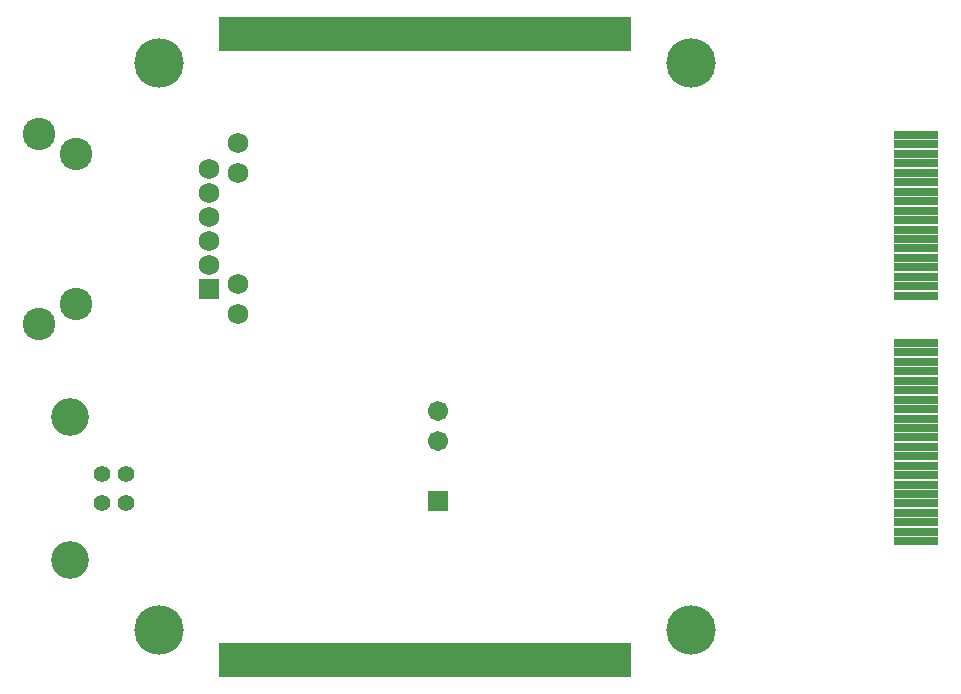
<source format=gbs>
G04 Layer_Color=16711935*
%FSLAX23Y23*%
%MOIN*%
G70*
G01*
G75*
%ADD29R,1.378X0.118*%
%ADD42R,0.146X0.030*%
%ADD43C,0.067*%
%ADD44R,0.067X0.067*%
%ADD45C,0.165*%
%ADD46C,0.068*%
%ADD47R,0.068X0.068*%
%ADD48C,0.108*%
%ADD49C,0.126*%
%ADD50C,0.055*%
D29*
X1476Y-1043D02*
D03*
Y1043D02*
D03*
D42*
X3114Y706D02*
D03*
Y675D02*
D03*
Y643D02*
D03*
Y612D02*
D03*
Y580D02*
D03*
Y549D02*
D03*
Y517D02*
D03*
Y486D02*
D03*
Y454D02*
D03*
Y423D02*
D03*
Y391D02*
D03*
Y360D02*
D03*
Y328D02*
D03*
Y297D02*
D03*
Y265D02*
D03*
Y234D02*
D03*
Y202D02*
D03*
Y171D02*
D03*
Y13D02*
D03*
Y-18D02*
D03*
Y-50D02*
D03*
Y-81D02*
D03*
Y-113D02*
D03*
Y-144D02*
D03*
Y-176D02*
D03*
Y-207D02*
D03*
Y-239D02*
D03*
Y-270D02*
D03*
Y-302D02*
D03*
Y-333D02*
D03*
Y-365D02*
D03*
Y-396D02*
D03*
Y-428D02*
D03*
Y-459D02*
D03*
Y-491D02*
D03*
Y-522D02*
D03*
Y-554D02*
D03*
Y-585D02*
D03*
Y-617D02*
D03*
Y-648D02*
D03*
D43*
X1520Y-215D02*
D03*
Y-315D02*
D03*
D44*
Y-515D02*
D03*
D45*
X591Y-945D02*
D03*
X2362D02*
D03*
Y945D02*
D03*
X591D02*
D03*
D46*
X755Y594D02*
D03*
Y354D02*
D03*
Y274D02*
D03*
X852Y109D02*
D03*
Y209D02*
D03*
Y578D02*
D03*
Y678D02*
D03*
X755Y514D02*
D03*
Y434D02*
D03*
D47*
Y194D02*
D03*
D48*
X314Y144D02*
D03*
X190Y76D02*
D03*
Y711D02*
D03*
X314Y644D02*
D03*
D49*
X294Y-709D02*
D03*
Y-235D02*
D03*
D50*
X401Y-522D02*
D03*
X480D02*
D03*
X401Y-423D02*
D03*
X480D02*
D03*
M02*

</source>
